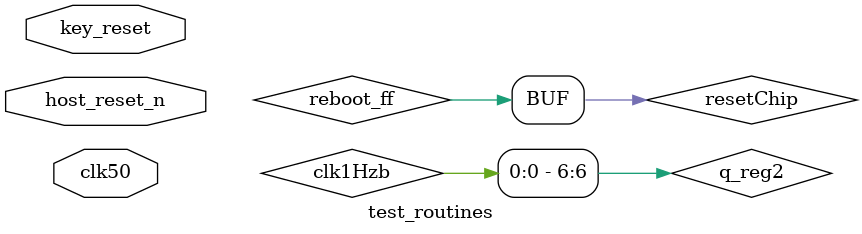
<source format=v>
`timescale 1ns / 1ps
module test_routines(
    input wire clk50,
	 input wire key_reset,
	 input wire host_reset_n
    );

 reg [7:0] poweron_reset = 8'h00;
 always @(posedge clk50) begin
	  
		poweron_reset <= {poweron_reset[6:0],1'b1};
 end

// assign LED1 = 1'b0;
 
// soft reset
 reg [4:0] q = 5'b00000;
 wire reboot_ff;

//// -> este tiempo de reinicio es el de la versión beta
//always @(posedge clkvga) begin
// 	q[0] <= (reset || key_reset || ~host_reset_n); 
//	q[1] <= q[0]; q[2] <= q[1]; q[3] <= q[2]; q[4] <= q[3];
//	reboot_ff <=  // ( q[4] && ( q[3]) && ( q[2]) && ( q[1]) )
//					  //  ( q[4] && ( q[3]) && ( q[2]) && (!q[1]) )
//					    ( q[4] && ( q[3]) && (!q[2]) && (!q[1]) )
//					||	( q[4] && (!q[3]) && (!q[2]) && (!q[1]) );
// end

// -> pruebas con otros tiempos, no están funcionando
 always @(posedge clk50) begin
//	q[0] <= (reset || key_reset || ~host_reset_n); 
//	q[1] <= q[0]; q[2] <= q[1]; q[3] <= q[2]; q[4] <= q[3];
//	reboot_ff <=  // ( q[4] && ( q[3]) && ( q[2]) && ( q[1]) )
//					  //  ( q[4] && ( q[3]) && ( q[2]) && (!q[1]) )
//					  //  ( q[4] && ( q[3]) && (!q[2]) && (!q[1]) )
//						( q[4] && (!q[3]) && (!q[2]) && (!q[1]) );
	if (reset || key_reset || ~host_reset_n) begin
		q <= 5'd1;
	end else begin 
		if ( reboot_ff )
			q <= q + 1;
		else 
			q <= q;
	end
 end
 assign reboot_ff = q[4] || q[3] || q[2] || q[1] || q[0];

 wire resetChip = reboot_ff;
 wire reset 		= ~poweron_reset[7];



wire clk1Hz;
wire clk1Hzb;

// refresing rate around 0,75Hz (50MHz/2^26)
	localparam N = 27;
	// declaración
	reg [N-1:0] q_reg = 0;
	wire [N-1:0] q_next;
	
	//Contador N-bit
	always @(posedge clk50)
		q_reg = q_next;
	//Next state logic
	assign q_next = q_reg + 1;
	
	assign clk1Hz = q_reg[N-1];

//// refresing rate around 16Hz (7MHz/2^22)
 //refresing rate around 1Hz (60Hz/2^6)
	localparam M = 7;
	// declaración
	reg [M-1:0] q_reg2 = 0;
	wire [M-1:0] q_next2;
	
	//Contador N-bit
	always @(posedge vs)
		q_reg2 = q_next2;
	//Next state logic
	assign q_next2 = q_reg2 + 1;
	
	assign clk1Hzb = q_reg2[M-1];


endmodule

</source>
